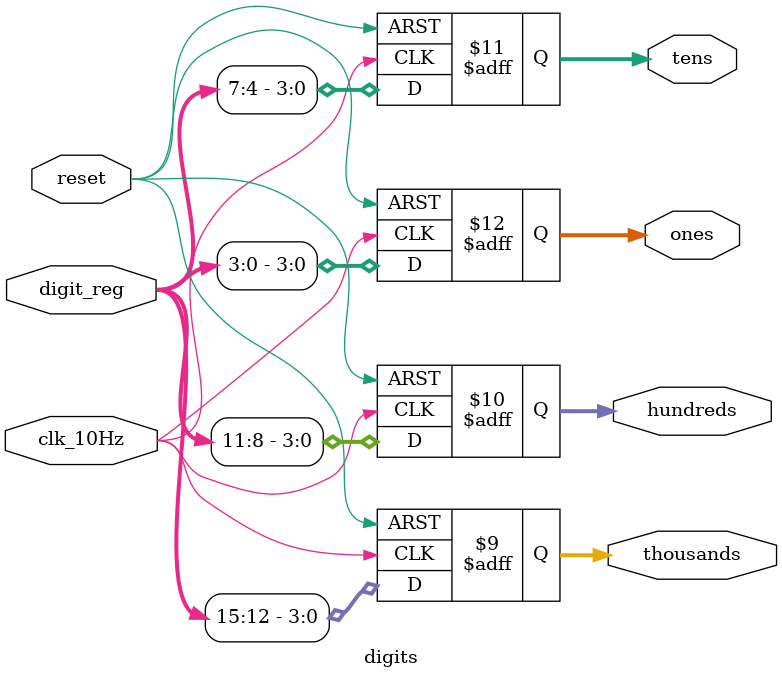
<source format=v>
`timescale 1ns / 1ps


module digits(
    clk_10Hz,
    reset,
    digit_reg,
    ones,
    tens,
    hundreds,
    thousands
    );
    input clk_10Hz,reset;
    input [31:0] digit_reg;
    output reg [3:0] ones,tens,hundreds,thousands;

    
    // ones reg control
    always @(posedge clk_10Hz or negedge reset)
        if(reset==1'b0)
            ones <= 0;
        else
            ones <= digit_reg[3:0];
         
    // tens reg control       
    always @(posedge clk_10Hz or negedge reset)
        if(reset==1'b0)
            tens <= 0;
        else
            tens <= digit_reg[7:4];
      
    // hundreds reg control              
    always @(posedge clk_10Hz or negedge reset)
        if(reset==1'b0)
            hundreds <= 0;
        else
             hundreds <= digit_reg[11:8];
     
    // thousands reg control                
    always @(posedge clk_10Hz or negedge reset)
        if(reset==1'b0)
            thousands <= 0;
        else

            thousands <= digit_reg[15:12];
  
endmodule

</source>
